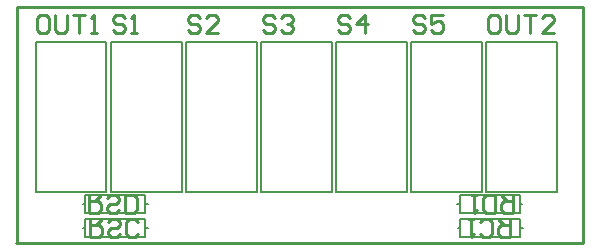
<source format=gto>
%FSTAX23Y23*%
%MOIN*%
%SFA1B1*%

%IPPOS*%
%ADD10C,0.007870*%
%ADD11C,0.010000*%
%LNpcb_sensores-1*%
%LPD*%
G54D10*
X04935Y04086D02*
X05171D01*
X04935D02*
Y04583D01*
X05171Y04086D02*
Y04583D01*
X04935D02*
X05171D01*
X04685Y04086D02*
X04921D01*
X04685D02*
Y04583D01*
X04921Y04086D02*
Y04583D01*
X04685D02*
X04921D01*
X04435Y04086D02*
X04671D01*
X04435D02*
Y04583D01*
X04671Y04086D02*
Y04583D01*
X04435D02*
X04671D01*
X04185Y04086D02*
X04421D01*
X04185D02*
Y04583D01*
X04421Y04086D02*
Y04583D01*
X04185D02*
X04421D01*
X03935Y04086D02*
X04171D01*
X03935D02*
Y04583D01*
X04171Y04086D02*
Y04583D01*
X03935D02*
X04171D01*
X05187Y04086D02*
X05423D01*
X05187D02*
Y04583D01*
X05423Y04086D02*
Y04583D01*
X05187D02*
X05423D01*
X03684Y04086D02*
X0392D01*
X03684D02*
Y04583D01*
X0392Y04086D02*
Y04583D01*
X03684D02*
X0392D01*
X05098Y04015D02*
Y04045D01*
Y04015D02*
X05298D01*
Y04075*
X05098D02*
X05298D01*
X05098Y04045D02*
Y04075D01*
X05298Y04045D02*
X05307D01*
X05089D02*
X05098D01*
X0405Y04015D02*
Y04045D01*
X0385Y04015D02*
X0405D01*
X0385D02*
Y04075D01*
X0405*
Y04045D02*
Y04075D01*
X03841Y04045D02*
X0385D01*
X0405D02*
X04059D01*
X051Y03936D02*
Y03966D01*
Y03936D02*
X053D01*
Y03996*
X051D02*
X053D01*
X051Y03966D02*
Y03996D01*
X053Y03966D02*
X05309D01*
X05091D02*
X051D01*
X0405Y03935D02*
Y03965D01*
X0385Y03935D02*
X0405D01*
X0385D02*
Y03995D01*
X0405*
Y03965D02*
Y03995D01*
X03841Y03965D02*
X0385D01*
X0405D02*
X04059D01*
G54D11*
X04981Y04666D02*
X04971Y04676D01*
X04951*
X04941Y04666*
Y04656*
X04951Y04646*
X04971*
X04981Y04636*
Y04626*
X04971Y04616*
X04951*
X04941Y04626*
X05041Y04676D02*
X05001D01*
Y04646*
X05021Y04656*
X05031*
X05041Y04646*
Y04626*
X05031Y04616*
X05011*
X05001Y04626*
X04731Y04666D02*
X04721Y04676D01*
X04701*
X04691Y04666*
Y04656*
X04701Y04646*
X04721*
X04731Y04636*
Y04626*
X04721Y04616*
X04701*
X04691Y04626*
X04781Y04616D02*
Y04676D01*
X04751Y04646*
X04791*
X04481Y04666D02*
X04471Y04676D01*
X04451*
X04441Y04666*
Y04656*
X04451Y04646*
X04471*
X04481Y04636*
Y04626*
X04471Y04616*
X04451*
X04441Y04626*
X04501Y04666D02*
X04511Y04676D01*
X04531*
X04541Y04666*
Y04656*
X04531Y04646*
X04521*
X04531*
X04541Y04636*
Y04626*
X04531Y04616*
X04511*
X04501Y04626*
X04231Y04666D02*
X04221Y04676D01*
X04201*
X04191Y04666*
Y04656*
X04201Y04646*
X04221*
X04231Y04636*
Y04626*
X04221Y04616*
X04201*
X04191Y04626*
X04291Y04616D02*
X04251D01*
X04291Y04656*
Y04666*
X04281Y04676*
X04261*
X04251Y04666*
X03981D02*
X03971Y04676D01*
X03951*
X03941Y04666*
Y04656*
X03951Y04646*
X03971*
X03981Y04636*
Y04626*
X03971Y04616*
X03951*
X03941Y04626*
X04001Y04616D02*
X04021D01*
X04011*
Y04676*
X04001Y04666*
X03862Y04074D02*
Y04014D01*
X03892*
X03902Y04024*
Y04044*
X03892Y04054*
X03862*
X03882D02*
X03902Y04074D01*
X03962Y04024D02*
X03952Y04014D01*
X03932*
X03922Y04024*
Y04034*
X03932Y04044*
X03952*
X03962Y04054*
Y04064*
X03952Y04074*
X03932*
X03922Y04064*
X03982Y04014D02*
Y04074D01*
X04012*
X04022Y04064*
Y04024*
X04012Y04014*
X03982*
X05277Y04076D02*
Y04016D01*
X05247*
X05237Y04026*
Y04046*
X05247Y04056*
X05277*
X05257D02*
X05237Y04076D01*
X05217Y04016D02*
Y04076D01*
X05187*
X05177Y04066*
Y04026*
X05187Y04016*
X05217*
X05157Y04076D02*
X05137D01*
X05147*
Y04016*
X05157Y04026*
X03864Y03993D02*
Y03933D01*
X03894*
X03904Y03943*
Y03963*
X03894Y03973*
X03864*
X03884D02*
X03904Y03993D01*
X03964Y03943D02*
X03954Y03933D01*
X03934*
X03924Y03943*
Y03953*
X03934Y03963*
X03954*
X03964Y03973*
Y03983*
X03954Y03993*
X03934*
X03924Y03983*
X04024Y03943D02*
X04014Y03933D01*
X03994*
X03984Y03943*
Y03983*
X03994Y03993*
X04014*
X04024Y03983*
X05265Y03993D02*
Y03933D01*
X05235*
X05225Y03943*
Y03963*
X05235Y03973*
X05265*
X05245D02*
X05225Y03993D01*
X05165Y03943D02*
X05175Y03933D01*
X05195*
X05205Y03943*
Y03983*
X05195Y03993*
X05175*
X05165Y03983*
X05145Y03993D02*
X05125D01*
X05135*
Y03933*
X05145Y03943*
X05223Y04676D02*
X05203D01*
X05193Y04666*
Y04626*
X05203Y04616*
X05223*
X05233Y04626*
Y04666*
X05223Y04676*
X05253D02*
Y04626D01*
X05263Y04616*
X05283*
X05293Y04626*
Y04676*
X05313D02*
X05353D01*
X05333*
Y04616*
X05413D02*
X05373D01*
X05413Y04656*
Y04666*
X05403Y04676*
X05383*
X05373Y04666*
X0372Y04676D02*
X037D01*
X0369Y04666*
Y04626*
X037Y04616*
X0372*
X0373Y04626*
Y04666*
X0372Y04676*
X0375D02*
Y04626D01*
X0376Y04616*
X0378*
X0379Y04626*
Y04676*
X0381D02*
X0385D01*
X0383*
Y04616*
X0387D02*
X0389D01*
X0388*
Y04676*
X0387Y04666*
X03621Y03919D02*
Y047D01*
X03618Y03916D02*
X03621Y03919D01*
X03618Y03916D02*
X05508D01*
Y047*
X03621D02*
X05508D01*
M02*
</source>
